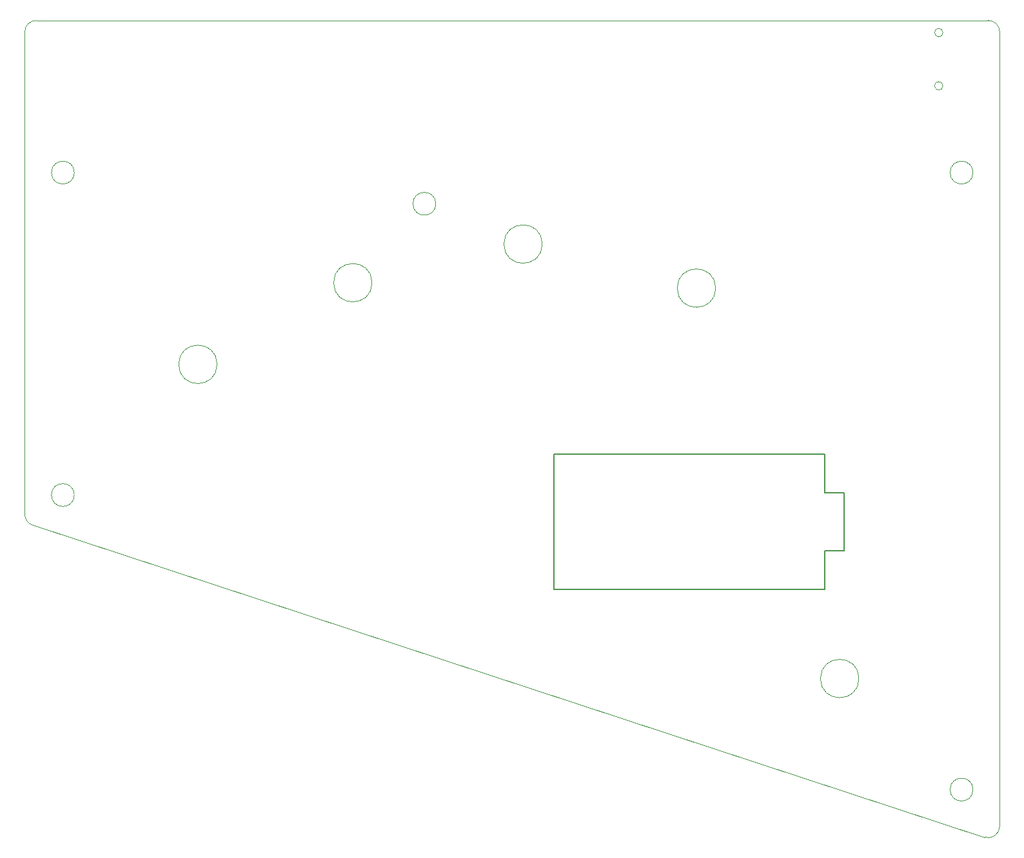
<source format=gbr>
G04 #@! TF.GenerationSoftware,KiCad,Pcbnew,8.0.2*
G04 #@! TF.CreationDate,2024-05-28T17:16:42+09:00*
G04 #@! TF.ProjectId,LLv2_L,4c4c7632-5f4c-42e6-9b69-6361645f7063,rev?*
G04 #@! TF.SameCoordinates,Original*
G04 #@! TF.FileFunction,Profile,NP*
%FSLAX46Y46*%
G04 Gerber Fmt 4.6, Leading zero omitted, Abs format (unit mm)*
G04 Created by KiCad (PCBNEW 8.0.2) date 2024-05-28 17:16:42*
%MOMM*%
%LPD*%
G01*
G04 APERTURE LIST*
G04 #@! TA.AperFunction,Profile*
%ADD10C,0.050000*%
G04 #@! TD*
G04 #@! TA.AperFunction,Profile*
%ADD11C,0.100000*%
G04 #@! TD*
G04 #@! TA.AperFunction,Profile*
%ADD12C,0.200000*%
G04 #@! TD*
G04 APERTURE END LIST*
D10*
X124500000Y-20000000D02*
G75*
G02*
X121500000Y-20000000I-1500000J0D01*
G01*
X121500000Y-20000000D02*
G75*
G02*
X124500000Y-20000000I1500000J0D01*
G01*
D11*
X1500000Y0D02*
X126500000Y0D01*
X128000000Y-105929000D02*
X128000000Y-1500000D01*
X1032353Y-66339553D02*
X126032471Y-107354339D01*
X0Y-64913565D02*
X0Y-1500000D01*
D10*
X6500000Y-20000000D02*
G75*
G02*
X3500000Y-20000000I-1500000J0D01*
G01*
X3500000Y-20000000D02*
G75*
G02*
X6500000Y-20000000I1500000J0D01*
G01*
D11*
X126500000Y0D02*
G75*
G02*
X128000000Y-1500000I0J-1500000D01*
G01*
D10*
X6500000Y-62379000D02*
G75*
G02*
X3500000Y-62379000I-1500000J0D01*
G01*
X3500000Y-62379000D02*
G75*
G02*
X6500000Y-62379000I1500000J0D01*
G01*
D11*
X1032345Y-66338802D02*
G75*
G02*
X-4Y-64913565I468265J1425682D01*
G01*
X0Y-1500000D02*
G75*
G02*
X1500000Y0I1499997J3D01*
G01*
X128000000Y-105929098D02*
G75*
G02*
X126032500Y-107354249I-1499900J-2D01*
G01*
D10*
X53969565Y-24097067D02*
G75*
G02*
X50969565Y-24097067I-1500000J0D01*
G01*
X50969565Y-24097067D02*
G75*
G02*
X53969565Y-24097067I1500000J0D01*
G01*
X124500000Y-101097000D02*
G75*
G02*
X121500000Y-101097000I-1500000J0D01*
G01*
X121500000Y-101097000D02*
G75*
G02*
X124500000Y-101097000I1500000J0D01*
G01*
D12*
G04 #@! TO.C,IC1*
X69440000Y-57000000D02*
X69440000Y-74780000D01*
X69440000Y-57000000D02*
X105000000Y-57000000D01*
X105000000Y-62080000D02*
X105000000Y-57000000D01*
X105000000Y-62080000D02*
X107540000Y-62080000D01*
X105000000Y-69700000D02*
X107540000Y-69700000D01*
X105000000Y-74780000D02*
X69440000Y-74780000D01*
X105000000Y-74780000D02*
X105000000Y-69700000D01*
X107540000Y-69700000D02*
X107540000Y-62080000D01*
D10*
G04 #@! TO.C,\u2191*
X109525000Y-86500000D02*
G75*
G02*
X104475000Y-86500000I-2525000J0D01*
G01*
X104475000Y-86500000D02*
G75*
G02*
X109525000Y-86500000I2525000J0D01*
G01*
G04 #@! TO.C,\u2192*
X90713666Y-35182888D02*
G75*
G02*
X85663666Y-35182888I-2525000J0D01*
G01*
X85663666Y-35182888D02*
G75*
G02*
X90713666Y-35182888I2525000J0D01*
G01*
G04 #@! TO.C,\u2190*
X45598178Y-34475310D02*
G75*
G02*
X40548178Y-34475310I-2525000J0D01*
G01*
X40548178Y-34475310D02*
G75*
G02*
X45598178Y-34475310I2525000J0D01*
G01*
G04 #@! TO.C,\u2193*
X67954057Y-29393440D02*
G75*
G02*
X62904057Y-29393440I-2525000J0D01*
G01*
X62904057Y-29393440D02*
G75*
G02*
X67954057Y-29393440I2525000J0D01*
G01*
D11*
G04 #@! TO.C,J1*
X120550000Y-1600000D02*
G75*
G02*
X119450000Y-1600000I-550000J0D01*
G01*
X119450000Y-1600000D02*
G75*
G02*
X120550000Y-1600000I550000J0D01*
G01*
X120550000Y-8600000D02*
G75*
G02*
X119450000Y-8600000I-550000J0D01*
G01*
X119450000Y-8600000D02*
G75*
G02*
X120550000Y-8600000I550000J0D01*
G01*
D10*
G04 #@! TO.C,L3*
X25254210Y-45205121D02*
G75*
G02*
X20204210Y-45205121I-2525000J0D01*
G01*
X20204210Y-45205121D02*
G75*
G02*
X25254210Y-45205121I2525000J0D01*
G01*
G04 #@! TD*
M02*

</source>
